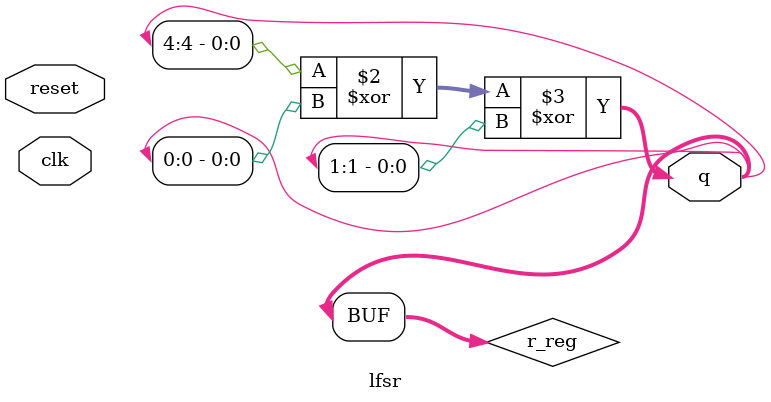
<source format=v>
module lfsr( 
    input clk,
    input reset,
    output [4:0] q
); 
reg [4:0] r_reg;
wire [4:0] r_next;
wire feedback_value;
// on reset set the value of r_reg to 1
// otherwise assign r_next to r_reg
// assign the xor of bit positions 2 and 4 of r_reg to feedback_value
// assign feedback concatenated with 4 most significant bits of r_reg to r_next
// assign r_reg to the output q
always @(*)
begin
	r_reg = q[4] ^ q[0] ^ q[1];
end
assign feedback_value = r_reg[3] & r_reg[4];
assign r_next = r_reg ^ (r_reg <<1) ^ (r_reg >> 3);
assign q[0] = r_reg[0];
assign q[1] = r_reg[1];
assign q[2] = r_reg[2];
assign q[3] = r_reg[3];
assign q[4] = r_reg[4];
endmodule

</source>
